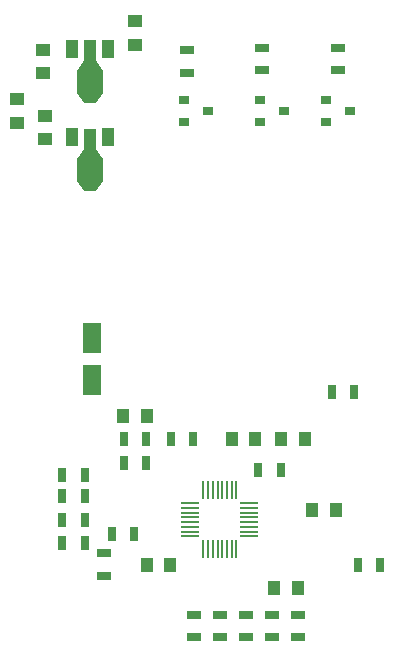
<source format=gtp>
%TF.GenerationSoftware,KiCad,Pcbnew,5.1.6-c6e7f7d~87~ubuntu20.04.1*%
%TF.CreationDate,2020-11-07T15:56:43+00:00*%
%TF.ProjectId,ssi2130_vco,73736932-3133-4305-9f76-636f2e6b6963,1.1*%
%TF.SameCoordinates,Original*%
%TF.FileFunction,Paste,Top*%
%TF.FilePolarity,Positive*%
%FSLAX46Y46*%
G04 Gerber Fmt 4.6, Leading zero omitted, Abs format (unit mm)*
G04 Created by KiCad (PCBNEW 5.1.6-c6e7f7d~87~ubuntu20.04.1) date 2020-11-07 15:56:43*
%MOMM*%
%LPD*%
G01*
G04 APERTURE LIST*
%ADD10R,1.250000X1.000000*%
%ADD11R,0.700000X1.300000*%
%ADD12R,1.000000X1.250000*%
%ADD13R,1.300000X0.700000*%
%ADD14R,1.500000X0.200000*%
%ADD15R,0.200000X1.500000*%
%ADD16R,0.900000X0.800000*%
%ADD17C,0.100000*%
%ADD18R,1.000000X1.500000*%
%ADD19R,1.000000X1.800000*%
%ADD20R,2.200000X1.840000*%
%ADD21R,1.600000X2.600000*%
G04 APERTURE END LIST*
D10*
%TO.C,C2*%
X103600000Y-70400000D03*
X103600000Y-72400000D03*
%TD*%
D11*
%TO.C,R19*%
X113550000Y-107200000D03*
X111650000Y-107200000D03*
%TD*%
D10*
%TO.C,C1*%
X105800000Y-66200000D03*
X105800000Y-68200000D03*
%TD*%
D12*
%TO.C,C3*%
X114600000Y-97200000D03*
X112600000Y-97200000D03*
%TD*%
D10*
%TO.C,C4*%
X113600000Y-63800000D03*
X113600000Y-65800000D03*
%TD*%
%TO.C,C5*%
X106000000Y-73800000D03*
X106000000Y-71800000D03*
%TD*%
D12*
%TO.C,C6*%
X123800000Y-99200000D03*
X121800000Y-99200000D03*
%TD*%
%TO.C,C7*%
X114600000Y-109800000D03*
X116600000Y-109800000D03*
%TD*%
%TO.C,C8*%
X127400000Y-111800000D03*
X125400000Y-111800000D03*
%TD*%
%TO.C,C9*%
X126000000Y-99200000D03*
X128000000Y-99200000D03*
%TD*%
%TO.C,C10*%
X128600000Y-105200000D03*
X130600000Y-105200000D03*
%TD*%
D13*
%TO.C,R1*%
X118000000Y-66250000D03*
X118000000Y-68150000D03*
%TD*%
D11*
%TO.C,R2*%
X118550000Y-99200000D03*
X116650000Y-99200000D03*
%TD*%
%TO.C,R3*%
X114550000Y-101200000D03*
X112650000Y-101200000D03*
%TD*%
%TO.C,R4*%
X107450000Y-104000000D03*
X109350000Y-104000000D03*
%TD*%
%TO.C,R5*%
X109350000Y-106000000D03*
X107450000Y-106000000D03*
%TD*%
%TO.C,R6*%
X109350000Y-108000000D03*
X107450000Y-108000000D03*
%TD*%
%TO.C,R7*%
X109350000Y-102200000D03*
X107450000Y-102200000D03*
%TD*%
%TO.C,R8*%
X114550000Y-99200000D03*
X112650000Y-99200000D03*
%TD*%
D13*
%TO.C,R9*%
X118600000Y-114050000D03*
X118600000Y-115950000D03*
%TD*%
%TO.C,R10*%
X120800000Y-114050000D03*
X120800000Y-115950000D03*
%TD*%
%TO.C,R11*%
X123000000Y-115950000D03*
X123000000Y-114050000D03*
%TD*%
%TO.C,R12*%
X125200000Y-114050000D03*
X125200000Y-115950000D03*
%TD*%
%TO.C,R13*%
X127400000Y-115950000D03*
X127400000Y-114050000D03*
%TD*%
D11*
%TO.C,R14*%
X124050000Y-101800000D03*
X125950000Y-101800000D03*
%TD*%
%TO.C,R15*%
X132150000Y-95200000D03*
X130250000Y-95200000D03*
%TD*%
%TO.C,R16*%
X134350000Y-109800000D03*
X132450000Y-109800000D03*
%TD*%
D13*
%TO.C,R17*%
X124400000Y-67950000D03*
X124400000Y-66050000D03*
%TD*%
%TO.C,R18*%
X130800000Y-67950000D03*
X130800000Y-66050000D03*
%TD*%
%TO.C,R20*%
X111000000Y-108850000D03*
X111000000Y-110750000D03*
%TD*%
D14*
%TO.C,U1*%
X118300000Y-105000000D03*
X118300000Y-105400000D03*
X118300000Y-105800000D03*
X118300000Y-106200000D03*
X118300000Y-106600000D03*
X118300000Y-107000000D03*
D15*
X119800000Y-108500000D03*
X120200000Y-108500000D03*
X121800000Y-108500000D03*
X120600000Y-108500000D03*
X121400000Y-108500000D03*
X121000000Y-108500000D03*
D14*
X123300000Y-107000000D03*
X123300000Y-105400000D03*
X123300000Y-106600000D03*
X123300000Y-105000000D03*
X123300000Y-106200000D03*
X123300000Y-105800000D03*
D15*
X121000000Y-103500000D03*
X120600000Y-103500000D03*
X119800000Y-103500000D03*
X121800000Y-103500000D03*
X121400000Y-103500000D03*
X120200000Y-103500000D03*
D14*
X118300000Y-104600000D03*
X118300000Y-107400000D03*
D15*
X119400000Y-108500000D03*
X122200000Y-108500000D03*
D14*
X123300000Y-107400000D03*
X123300000Y-104600000D03*
D15*
X122200000Y-103500000D03*
X119400000Y-103500000D03*
%TD*%
D16*
%TO.C,U2*%
X117800000Y-70450000D03*
X117800000Y-72350000D03*
X119800000Y-71400000D03*
%TD*%
D17*
%TO.C,U3*%
G36*
X110900000Y-69842000D02*
G01*
X110300000Y-70692000D01*
X109300000Y-70692000D01*
X108700000Y-69842000D01*
X110900000Y-69842000D01*
G37*
D18*
X111300000Y-66120000D03*
D19*
X109800000Y-66266500D03*
D18*
X108300000Y-66120000D03*
D20*
X109800000Y-68933500D03*
D17*
G36*
X108700000Y-68023800D02*
G01*
X109400000Y-67023800D01*
X110200000Y-67023800D01*
X110900000Y-68023800D01*
X108700000Y-68023800D01*
G37*
%TD*%
%TO.C,U4*%
G36*
X108700000Y-75490300D02*
G01*
X109400000Y-74490300D01*
X110200000Y-74490300D01*
X110900000Y-75490300D01*
X108700000Y-75490300D01*
G37*
D20*
X109800000Y-76400000D03*
D18*
X108300000Y-73586500D03*
D19*
X109800000Y-73733000D03*
D18*
X111300000Y-73586500D03*
D17*
G36*
X110900000Y-77308500D02*
G01*
X110300000Y-78158500D01*
X109300000Y-78158500D01*
X108700000Y-77308500D01*
X110900000Y-77308500D01*
G37*
%TD*%
D16*
%TO.C,U5*%
X126200000Y-71400000D03*
X124200000Y-72350000D03*
X124200000Y-70450000D03*
%TD*%
%TO.C,U6*%
X131800000Y-71400000D03*
X129800000Y-72350000D03*
X129800000Y-70450000D03*
%TD*%
D21*
%TO.C,C11*%
X110000000Y-94200000D03*
X110000000Y-90600000D03*
%TD*%
M02*

</source>
